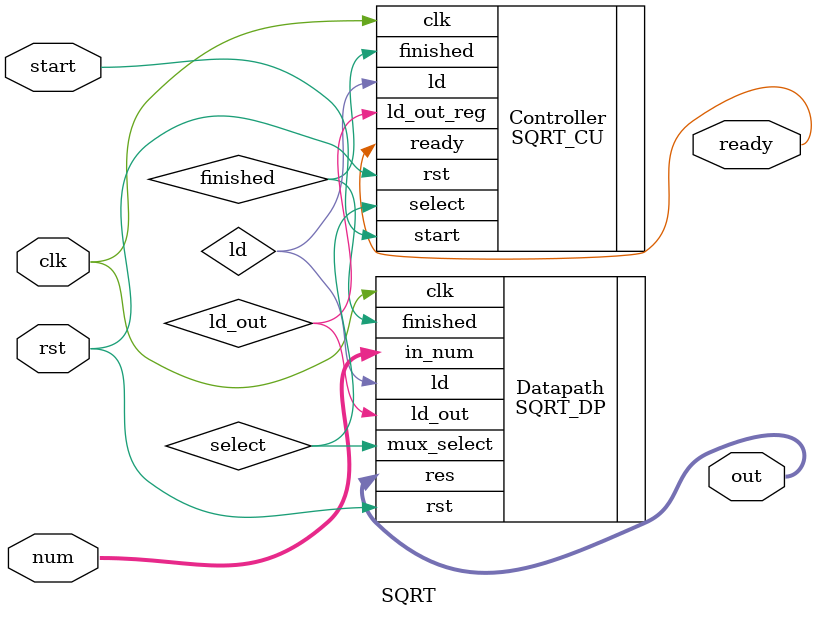
<source format=v>
`include "SQRT_CU.v"
`include "SQRT_DP.v"

module SQRT(clk , rst, start, num, ready, out);
	parameter SIZE = 32;
	input clk, rst, start;
	input [SIZE - 1 : 0] num;
	output ready;
	output [SIZE - 1 : 0] out;

	wire finished, select, ld, ld_out;

	SQRT_DP #(SIZE) Datapath(.in_num(num), .res(out), .ld(ld), .ld_out(ld_out)
							, .mux_select(select), .finished(finished), .clk(clk), .rst(rst));
	SQRT_CU #(SIZE) Controller(.start(start), .finished(finished), .ld(ld), .ld_out_reg(ld_out)
							, .select(select), .ready(ready), .clk(clk), .rst(rst));
endmodule
</source>
